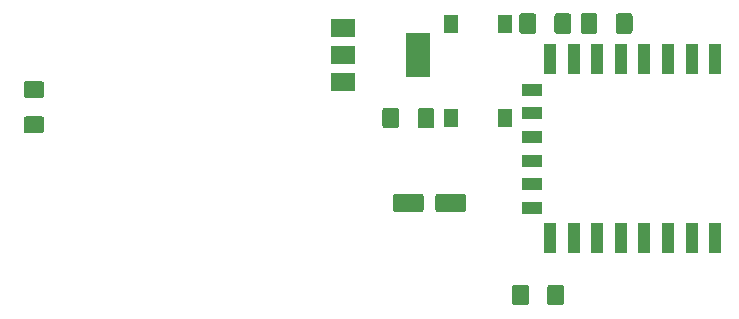
<source format=gbr>
G04 #@! TF.GenerationSoftware,KiCad,Pcbnew,(5.1.5-0-10_14)*
G04 #@! TF.CreationDate,2020-04-24T15:56:46+02:00*
G04 #@! TF.ProjectId,ESP8266-PowerMonitor,45535038-3236-4362-9d50-6f7765724d6f,rev?*
G04 #@! TF.SameCoordinates,Original*
G04 #@! TF.FileFunction,Paste,Top*
G04 #@! TF.FilePolarity,Positive*
%FSLAX46Y46*%
G04 Gerber Fmt 4.6, Leading zero omitted, Abs format (unit mm)*
G04 Created by KiCad (PCBNEW (5.1.5-0-10_14)) date 2020-04-24 15:56:46*
%MOMM*%
%LPD*%
G04 APERTURE LIST*
%ADD10C,1.000000*%
%ADD11R,1.300000X1.550000*%
%ADD12R,2.000000X3.800000*%
%ADD13R,2.000000X1.500000*%
%ADD14R,1.000000X2.500000*%
%ADD15R,1.800000X1.000000*%
G04 APERTURE END LIST*
D10*
G36*
X150774504Y-107201204D02*
G01*
X150798773Y-107204804D01*
X150822571Y-107210765D01*
X150845671Y-107219030D01*
X150867849Y-107229520D01*
X150888893Y-107242133D01*
X150908598Y-107256747D01*
X150926777Y-107273223D01*
X150943253Y-107291402D01*
X150957867Y-107311107D01*
X150970480Y-107332151D01*
X150980970Y-107354329D01*
X150989235Y-107377429D01*
X150995196Y-107401227D01*
X150998796Y-107425496D01*
X151000000Y-107450000D01*
X151000000Y-108550000D01*
X150998796Y-108574504D01*
X150995196Y-108598773D01*
X150989235Y-108622571D01*
X150980970Y-108645671D01*
X150970480Y-108667849D01*
X150957867Y-108688893D01*
X150943253Y-108708598D01*
X150926777Y-108726777D01*
X150908598Y-108743253D01*
X150888893Y-108757867D01*
X150867849Y-108770480D01*
X150845671Y-108780970D01*
X150822571Y-108789235D01*
X150798773Y-108795196D01*
X150774504Y-108798796D01*
X150750000Y-108800000D01*
X148650000Y-108800000D01*
X148625496Y-108798796D01*
X148601227Y-108795196D01*
X148577429Y-108789235D01*
X148554329Y-108780970D01*
X148532151Y-108770480D01*
X148511107Y-108757867D01*
X148491402Y-108743253D01*
X148473223Y-108726777D01*
X148456747Y-108708598D01*
X148442133Y-108688893D01*
X148429520Y-108667849D01*
X148419030Y-108645671D01*
X148410765Y-108622571D01*
X148404804Y-108598773D01*
X148401204Y-108574504D01*
X148400000Y-108550000D01*
X148400000Y-107450000D01*
X148401204Y-107425496D01*
X148404804Y-107401227D01*
X148410765Y-107377429D01*
X148419030Y-107354329D01*
X148429520Y-107332151D01*
X148442133Y-107311107D01*
X148456747Y-107291402D01*
X148473223Y-107273223D01*
X148491402Y-107256747D01*
X148511107Y-107242133D01*
X148532151Y-107229520D01*
X148554329Y-107219030D01*
X148577429Y-107210765D01*
X148601227Y-107204804D01*
X148625496Y-107201204D01*
X148650000Y-107200000D01*
X150750000Y-107200000D01*
X150774504Y-107201204D01*
G37*
G36*
X154374504Y-107201204D02*
G01*
X154398773Y-107204804D01*
X154422571Y-107210765D01*
X154445671Y-107219030D01*
X154467849Y-107229520D01*
X154488893Y-107242133D01*
X154508598Y-107256747D01*
X154526777Y-107273223D01*
X154543253Y-107291402D01*
X154557867Y-107311107D01*
X154570480Y-107332151D01*
X154580970Y-107354329D01*
X154589235Y-107377429D01*
X154595196Y-107401227D01*
X154598796Y-107425496D01*
X154600000Y-107450000D01*
X154600000Y-108550000D01*
X154598796Y-108574504D01*
X154595196Y-108598773D01*
X154589235Y-108622571D01*
X154580970Y-108645671D01*
X154570480Y-108667849D01*
X154557867Y-108688893D01*
X154543253Y-108708598D01*
X154526777Y-108726777D01*
X154508598Y-108743253D01*
X154488893Y-108757867D01*
X154467849Y-108770480D01*
X154445671Y-108780970D01*
X154422571Y-108789235D01*
X154398773Y-108795196D01*
X154374504Y-108798796D01*
X154350000Y-108800000D01*
X152250000Y-108800000D01*
X152225496Y-108798796D01*
X152201227Y-108795196D01*
X152177429Y-108789235D01*
X152154329Y-108780970D01*
X152132151Y-108770480D01*
X152111107Y-108757867D01*
X152091402Y-108743253D01*
X152073223Y-108726777D01*
X152056747Y-108708598D01*
X152042133Y-108688893D01*
X152029520Y-108667849D01*
X152019030Y-108645671D01*
X152010765Y-108622571D01*
X152004804Y-108598773D01*
X152001204Y-108574504D01*
X152000000Y-108550000D01*
X152000000Y-107450000D01*
X152001204Y-107425496D01*
X152004804Y-107401227D01*
X152010765Y-107377429D01*
X152019030Y-107354329D01*
X152029520Y-107332151D01*
X152042133Y-107311107D01*
X152056747Y-107291402D01*
X152073223Y-107273223D01*
X152091402Y-107256747D01*
X152111107Y-107242133D01*
X152132151Y-107229520D01*
X152154329Y-107219030D01*
X152177429Y-107210765D01*
X152201227Y-107204804D01*
X152225496Y-107201204D01*
X152250000Y-107200000D01*
X154350000Y-107200000D01*
X154374504Y-107201204D01*
G37*
G36*
X151687004Y-99926204D02*
G01*
X151711273Y-99929804D01*
X151735071Y-99935765D01*
X151758171Y-99944030D01*
X151780349Y-99954520D01*
X151801393Y-99967133D01*
X151821098Y-99981747D01*
X151839277Y-99998223D01*
X151855753Y-100016402D01*
X151870367Y-100036107D01*
X151882980Y-100057151D01*
X151893470Y-100079329D01*
X151901735Y-100102429D01*
X151907696Y-100126227D01*
X151911296Y-100150496D01*
X151912500Y-100175000D01*
X151912500Y-101425000D01*
X151911296Y-101449504D01*
X151907696Y-101473773D01*
X151901735Y-101497571D01*
X151893470Y-101520671D01*
X151882980Y-101542849D01*
X151870367Y-101563893D01*
X151855753Y-101583598D01*
X151839277Y-101601777D01*
X151821098Y-101618253D01*
X151801393Y-101632867D01*
X151780349Y-101645480D01*
X151758171Y-101655970D01*
X151735071Y-101664235D01*
X151711273Y-101670196D01*
X151687004Y-101673796D01*
X151662500Y-101675000D01*
X150737500Y-101675000D01*
X150712996Y-101673796D01*
X150688727Y-101670196D01*
X150664929Y-101664235D01*
X150641829Y-101655970D01*
X150619651Y-101645480D01*
X150598607Y-101632867D01*
X150578902Y-101618253D01*
X150560723Y-101601777D01*
X150544247Y-101583598D01*
X150529633Y-101563893D01*
X150517020Y-101542849D01*
X150506530Y-101520671D01*
X150498265Y-101497571D01*
X150492304Y-101473773D01*
X150488704Y-101449504D01*
X150487500Y-101425000D01*
X150487500Y-100175000D01*
X150488704Y-100150496D01*
X150492304Y-100126227D01*
X150498265Y-100102429D01*
X150506530Y-100079329D01*
X150517020Y-100057151D01*
X150529633Y-100036107D01*
X150544247Y-100016402D01*
X150560723Y-99998223D01*
X150578902Y-99981747D01*
X150598607Y-99967133D01*
X150619651Y-99954520D01*
X150641829Y-99944030D01*
X150664929Y-99935765D01*
X150688727Y-99929804D01*
X150712996Y-99926204D01*
X150737500Y-99925000D01*
X151662500Y-99925000D01*
X151687004Y-99926204D01*
G37*
G36*
X148712004Y-99926204D02*
G01*
X148736273Y-99929804D01*
X148760071Y-99935765D01*
X148783171Y-99944030D01*
X148805349Y-99954520D01*
X148826393Y-99967133D01*
X148846098Y-99981747D01*
X148864277Y-99998223D01*
X148880753Y-100016402D01*
X148895367Y-100036107D01*
X148907980Y-100057151D01*
X148918470Y-100079329D01*
X148926735Y-100102429D01*
X148932696Y-100126227D01*
X148936296Y-100150496D01*
X148937500Y-100175000D01*
X148937500Y-101425000D01*
X148936296Y-101449504D01*
X148932696Y-101473773D01*
X148926735Y-101497571D01*
X148918470Y-101520671D01*
X148907980Y-101542849D01*
X148895367Y-101563893D01*
X148880753Y-101583598D01*
X148864277Y-101601777D01*
X148846098Y-101618253D01*
X148826393Y-101632867D01*
X148805349Y-101645480D01*
X148783171Y-101655970D01*
X148760071Y-101664235D01*
X148736273Y-101670196D01*
X148712004Y-101673796D01*
X148687500Y-101675000D01*
X147762500Y-101675000D01*
X147737996Y-101673796D01*
X147713727Y-101670196D01*
X147689929Y-101664235D01*
X147666829Y-101655970D01*
X147644651Y-101645480D01*
X147623607Y-101632867D01*
X147603902Y-101618253D01*
X147585723Y-101601777D01*
X147569247Y-101583598D01*
X147554633Y-101563893D01*
X147542020Y-101542849D01*
X147531530Y-101520671D01*
X147523265Y-101497571D01*
X147517304Y-101473773D01*
X147513704Y-101449504D01*
X147512500Y-101425000D01*
X147512500Y-100175000D01*
X147513704Y-100150496D01*
X147517304Y-100126227D01*
X147523265Y-100102429D01*
X147531530Y-100079329D01*
X147542020Y-100057151D01*
X147554633Y-100036107D01*
X147569247Y-100016402D01*
X147585723Y-99998223D01*
X147603902Y-99981747D01*
X147623607Y-99967133D01*
X147644651Y-99954520D01*
X147666829Y-99944030D01*
X147689929Y-99935765D01*
X147713727Y-99929804D01*
X147737996Y-99926204D01*
X147762500Y-99925000D01*
X148687500Y-99925000D01*
X148712004Y-99926204D01*
G37*
G36*
X118649504Y-97688704D02*
G01*
X118673773Y-97692304D01*
X118697571Y-97698265D01*
X118720671Y-97706530D01*
X118742849Y-97717020D01*
X118763893Y-97729633D01*
X118783598Y-97744247D01*
X118801777Y-97760723D01*
X118818253Y-97778902D01*
X118832867Y-97798607D01*
X118845480Y-97819651D01*
X118855970Y-97841829D01*
X118864235Y-97864929D01*
X118870196Y-97888727D01*
X118873796Y-97912996D01*
X118875000Y-97937500D01*
X118875000Y-98862500D01*
X118873796Y-98887004D01*
X118870196Y-98911273D01*
X118864235Y-98935071D01*
X118855970Y-98958171D01*
X118845480Y-98980349D01*
X118832867Y-99001393D01*
X118818253Y-99021098D01*
X118801777Y-99039277D01*
X118783598Y-99055753D01*
X118763893Y-99070367D01*
X118742849Y-99082980D01*
X118720671Y-99093470D01*
X118697571Y-99101735D01*
X118673773Y-99107696D01*
X118649504Y-99111296D01*
X118625000Y-99112500D01*
X117375000Y-99112500D01*
X117350496Y-99111296D01*
X117326227Y-99107696D01*
X117302429Y-99101735D01*
X117279329Y-99093470D01*
X117257151Y-99082980D01*
X117236107Y-99070367D01*
X117216402Y-99055753D01*
X117198223Y-99039277D01*
X117181747Y-99021098D01*
X117167133Y-99001393D01*
X117154520Y-98980349D01*
X117144030Y-98958171D01*
X117135765Y-98935071D01*
X117129804Y-98911273D01*
X117126204Y-98887004D01*
X117125000Y-98862500D01*
X117125000Y-97937500D01*
X117126204Y-97912996D01*
X117129804Y-97888727D01*
X117135765Y-97864929D01*
X117144030Y-97841829D01*
X117154520Y-97819651D01*
X117167133Y-97798607D01*
X117181747Y-97778902D01*
X117198223Y-97760723D01*
X117216402Y-97744247D01*
X117236107Y-97729633D01*
X117257151Y-97717020D01*
X117279329Y-97706530D01*
X117302429Y-97698265D01*
X117326227Y-97692304D01*
X117350496Y-97688704D01*
X117375000Y-97687500D01*
X118625000Y-97687500D01*
X118649504Y-97688704D01*
G37*
G36*
X118649504Y-100663704D02*
G01*
X118673773Y-100667304D01*
X118697571Y-100673265D01*
X118720671Y-100681530D01*
X118742849Y-100692020D01*
X118763893Y-100704633D01*
X118783598Y-100719247D01*
X118801777Y-100735723D01*
X118818253Y-100753902D01*
X118832867Y-100773607D01*
X118845480Y-100794651D01*
X118855970Y-100816829D01*
X118864235Y-100839929D01*
X118870196Y-100863727D01*
X118873796Y-100887996D01*
X118875000Y-100912500D01*
X118875000Y-101837500D01*
X118873796Y-101862004D01*
X118870196Y-101886273D01*
X118864235Y-101910071D01*
X118855970Y-101933171D01*
X118845480Y-101955349D01*
X118832867Y-101976393D01*
X118818253Y-101996098D01*
X118801777Y-102014277D01*
X118783598Y-102030753D01*
X118763893Y-102045367D01*
X118742849Y-102057980D01*
X118720671Y-102068470D01*
X118697571Y-102076735D01*
X118673773Y-102082696D01*
X118649504Y-102086296D01*
X118625000Y-102087500D01*
X117375000Y-102087500D01*
X117350496Y-102086296D01*
X117326227Y-102082696D01*
X117302429Y-102076735D01*
X117279329Y-102068470D01*
X117257151Y-102057980D01*
X117236107Y-102045367D01*
X117216402Y-102030753D01*
X117198223Y-102014277D01*
X117181747Y-101996098D01*
X117167133Y-101976393D01*
X117154520Y-101955349D01*
X117144030Y-101933171D01*
X117135765Y-101910071D01*
X117129804Y-101886273D01*
X117126204Y-101862004D01*
X117125000Y-101837500D01*
X117125000Y-100912500D01*
X117126204Y-100887996D01*
X117129804Y-100863727D01*
X117135765Y-100839929D01*
X117144030Y-100816829D01*
X117154520Y-100794651D01*
X117167133Y-100773607D01*
X117181747Y-100753902D01*
X117198223Y-100735723D01*
X117216402Y-100719247D01*
X117236107Y-100704633D01*
X117257151Y-100692020D01*
X117279329Y-100681530D01*
X117302429Y-100673265D01*
X117326227Y-100667304D01*
X117350496Y-100663704D01*
X117375000Y-100662500D01*
X118625000Y-100662500D01*
X118649504Y-100663704D01*
G37*
G36*
X160299504Y-91926204D02*
G01*
X160323773Y-91929804D01*
X160347571Y-91935765D01*
X160370671Y-91944030D01*
X160392849Y-91954520D01*
X160413893Y-91967133D01*
X160433598Y-91981747D01*
X160451777Y-91998223D01*
X160468253Y-92016402D01*
X160482867Y-92036107D01*
X160495480Y-92057151D01*
X160505970Y-92079329D01*
X160514235Y-92102429D01*
X160520196Y-92126227D01*
X160523796Y-92150496D01*
X160525000Y-92175000D01*
X160525000Y-93425000D01*
X160523796Y-93449504D01*
X160520196Y-93473773D01*
X160514235Y-93497571D01*
X160505970Y-93520671D01*
X160495480Y-93542849D01*
X160482867Y-93563893D01*
X160468253Y-93583598D01*
X160451777Y-93601777D01*
X160433598Y-93618253D01*
X160413893Y-93632867D01*
X160392849Y-93645480D01*
X160370671Y-93655970D01*
X160347571Y-93664235D01*
X160323773Y-93670196D01*
X160299504Y-93673796D01*
X160275000Y-93675000D01*
X159350000Y-93675000D01*
X159325496Y-93673796D01*
X159301227Y-93670196D01*
X159277429Y-93664235D01*
X159254329Y-93655970D01*
X159232151Y-93645480D01*
X159211107Y-93632867D01*
X159191402Y-93618253D01*
X159173223Y-93601777D01*
X159156747Y-93583598D01*
X159142133Y-93563893D01*
X159129520Y-93542849D01*
X159119030Y-93520671D01*
X159110765Y-93497571D01*
X159104804Y-93473773D01*
X159101204Y-93449504D01*
X159100000Y-93425000D01*
X159100000Y-92175000D01*
X159101204Y-92150496D01*
X159104804Y-92126227D01*
X159110765Y-92102429D01*
X159119030Y-92079329D01*
X159129520Y-92057151D01*
X159142133Y-92036107D01*
X159156747Y-92016402D01*
X159173223Y-91998223D01*
X159191402Y-91981747D01*
X159211107Y-91967133D01*
X159232151Y-91954520D01*
X159254329Y-91944030D01*
X159277429Y-91935765D01*
X159301227Y-91929804D01*
X159325496Y-91926204D01*
X159350000Y-91925000D01*
X160275000Y-91925000D01*
X160299504Y-91926204D01*
G37*
G36*
X163274504Y-91926204D02*
G01*
X163298773Y-91929804D01*
X163322571Y-91935765D01*
X163345671Y-91944030D01*
X163367849Y-91954520D01*
X163388893Y-91967133D01*
X163408598Y-91981747D01*
X163426777Y-91998223D01*
X163443253Y-92016402D01*
X163457867Y-92036107D01*
X163470480Y-92057151D01*
X163480970Y-92079329D01*
X163489235Y-92102429D01*
X163495196Y-92126227D01*
X163498796Y-92150496D01*
X163500000Y-92175000D01*
X163500000Y-93425000D01*
X163498796Y-93449504D01*
X163495196Y-93473773D01*
X163489235Y-93497571D01*
X163480970Y-93520671D01*
X163470480Y-93542849D01*
X163457867Y-93563893D01*
X163443253Y-93583598D01*
X163426777Y-93601777D01*
X163408598Y-93618253D01*
X163388893Y-93632867D01*
X163367849Y-93645480D01*
X163345671Y-93655970D01*
X163322571Y-93664235D01*
X163298773Y-93670196D01*
X163274504Y-93673796D01*
X163250000Y-93675000D01*
X162325000Y-93675000D01*
X162300496Y-93673796D01*
X162276227Y-93670196D01*
X162252429Y-93664235D01*
X162229329Y-93655970D01*
X162207151Y-93645480D01*
X162186107Y-93632867D01*
X162166402Y-93618253D01*
X162148223Y-93601777D01*
X162131747Y-93583598D01*
X162117133Y-93563893D01*
X162104520Y-93542849D01*
X162094030Y-93520671D01*
X162085765Y-93497571D01*
X162079804Y-93473773D01*
X162076204Y-93449504D01*
X162075000Y-93425000D01*
X162075000Y-92175000D01*
X162076204Y-92150496D01*
X162079804Y-92126227D01*
X162085765Y-92102429D01*
X162094030Y-92079329D01*
X162104520Y-92057151D01*
X162117133Y-92036107D01*
X162131747Y-92016402D01*
X162148223Y-91998223D01*
X162166402Y-91981747D01*
X162186107Y-91967133D01*
X162207151Y-91954520D01*
X162229329Y-91944030D01*
X162252429Y-91935765D01*
X162276227Y-91929804D01*
X162300496Y-91926204D01*
X162325000Y-91925000D01*
X163250000Y-91925000D01*
X163274504Y-91926204D01*
G37*
G36*
X168462004Y-91926204D02*
G01*
X168486273Y-91929804D01*
X168510071Y-91935765D01*
X168533171Y-91944030D01*
X168555349Y-91954520D01*
X168576393Y-91967133D01*
X168596098Y-91981747D01*
X168614277Y-91998223D01*
X168630753Y-92016402D01*
X168645367Y-92036107D01*
X168657980Y-92057151D01*
X168668470Y-92079329D01*
X168676735Y-92102429D01*
X168682696Y-92126227D01*
X168686296Y-92150496D01*
X168687500Y-92175000D01*
X168687500Y-93425000D01*
X168686296Y-93449504D01*
X168682696Y-93473773D01*
X168676735Y-93497571D01*
X168668470Y-93520671D01*
X168657980Y-93542849D01*
X168645367Y-93563893D01*
X168630753Y-93583598D01*
X168614277Y-93601777D01*
X168596098Y-93618253D01*
X168576393Y-93632867D01*
X168555349Y-93645480D01*
X168533171Y-93655970D01*
X168510071Y-93664235D01*
X168486273Y-93670196D01*
X168462004Y-93673796D01*
X168437500Y-93675000D01*
X167512500Y-93675000D01*
X167487996Y-93673796D01*
X167463727Y-93670196D01*
X167439929Y-93664235D01*
X167416829Y-93655970D01*
X167394651Y-93645480D01*
X167373607Y-93632867D01*
X167353902Y-93618253D01*
X167335723Y-93601777D01*
X167319247Y-93583598D01*
X167304633Y-93563893D01*
X167292020Y-93542849D01*
X167281530Y-93520671D01*
X167273265Y-93497571D01*
X167267304Y-93473773D01*
X167263704Y-93449504D01*
X167262500Y-93425000D01*
X167262500Y-92175000D01*
X167263704Y-92150496D01*
X167267304Y-92126227D01*
X167273265Y-92102429D01*
X167281530Y-92079329D01*
X167292020Y-92057151D01*
X167304633Y-92036107D01*
X167319247Y-92016402D01*
X167335723Y-91998223D01*
X167353902Y-91981747D01*
X167373607Y-91967133D01*
X167394651Y-91954520D01*
X167416829Y-91944030D01*
X167439929Y-91935765D01*
X167463727Y-91929804D01*
X167487996Y-91926204D01*
X167512500Y-91925000D01*
X168437500Y-91925000D01*
X168462004Y-91926204D01*
G37*
G36*
X165487004Y-91926204D02*
G01*
X165511273Y-91929804D01*
X165535071Y-91935765D01*
X165558171Y-91944030D01*
X165580349Y-91954520D01*
X165601393Y-91967133D01*
X165621098Y-91981747D01*
X165639277Y-91998223D01*
X165655753Y-92016402D01*
X165670367Y-92036107D01*
X165682980Y-92057151D01*
X165693470Y-92079329D01*
X165701735Y-92102429D01*
X165707696Y-92126227D01*
X165711296Y-92150496D01*
X165712500Y-92175000D01*
X165712500Y-93425000D01*
X165711296Y-93449504D01*
X165707696Y-93473773D01*
X165701735Y-93497571D01*
X165693470Y-93520671D01*
X165682980Y-93542849D01*
X165670367Y-93563893D01*
X165655753Y-93583598D01*
X165639277Y-93601777D01*
X165621098Y-93618253D01*
X165601393Y-93632867D01*
X165580349Y-93645480D01*
X165558171Y-93655970D01*
X165535071Y-93664235D01*
X165511273Y-93670196D01*
X165487004Y-93673796D01*
X165462500Y-93675000D01*
X164537500Y-93675000D01*
X164512996Y-93673796D01*
X164488727Y-93670196D01*
X164464929Y-93664235D01*
X164441829Y-93655970D01*
X164419651Y-93645480D01*
X164398607Y-93632867D01*
X164378902Y-93618253D01*
X164360723Y-93601777D01*
X164344247Y-93583598D01*
X164329633Y-93563893D01*
X164317020Y-93542849D01*
X164306530Y-93520671D01*
X164298265Y-93497571D01*
X164292304Y-93473773D01*
X164288704Y-93449504D01*
X164287500Y-93425000D01*
X164287500Y-92175000D01*
X164288704Y-92150496D01*
X164292304Y-92126227D01*
X164298265Y-92102429D01*
X164306530Y-92079329D01*
X164317020Y-92057151D01*
X164329633Y-92036107D01*
X164344247Y-92016402D01*
X164360723Y-91998223D01*
X164378902Y-91981747D01*
X164398607Y-91967133D01*
X164419651Y-91954520D01*
X164441829Y-91944030D01*
X164464929Y-91935765D01*
X164488727Y-91929804D01*
X164512996Y-91926204D01*
X164537500Y-91925000D01*
X165462500Y-91925000D01*
X165487004Y-91926204D01*
G37*
G36*
X162662004Y-114926204D02*
G01*
X162686273Y-114929804D01*
X162710071Y-114935765D01*
X162733171Y-114944030D01*
X162755349Y-114954520D01*
X162776393Y-114967133D01*
X162796098Y-114981747D01*
X162814277Y-114998223D01*
X162830753Y-115016402D01*
X162845367Y-115036107D01*
X162857980Y-115057151D01*
X162868470Y-115079329D01*
X162876735Y-115102429D01*
X162882696Y-115126227D01*
X162886296Y-115150496D01*
X162887500Y-115175000D01*
X162887500Y-116425000D01*
X162886296Y-116449504D01*
X162882696Y-116473773D01*
X162876735Y-116497571D01*
X162868470Y-116520671D01*
X162857980Y-116542849D01*
X162845367Y-116563893D01*
X162830753Y-116583598D01*
X162814277Y-116601777D01*
X162796098Y-116618253D01*
X162776393Y-116632867D01*
X162755349Y-116645480D01*
X162733171Y-116655970D01*
X162710071Y-116664235D01*
X162686273Y-116670196D01*
X162662004Y-116673796D01*
X162637500Y-116675000D01*
X161712500Y-116675000D01*
X161687996Y-116673796D01*
X161663727Y-116670196D01*
X161639929Y-116664235D01*
X161616829Y-116655970D01*
X161594651Y-116645480D01*
X161573607Y-116632867D01*
X161553902Y-116618253D01*
X161535723Y-116601777D01*
X161519247Y-116583598D01*
X161504633Y-116563893D01*
X161492020Y-116542849D01*
X161481530Y-116520671D01*
X161473265Y-116497571D01*
X161467304Y-116473773D01*
X161463704Y-116449504D01*
X161462500Y-116425000D01*
X161462500Y-115175000D01*
X161463704Y-115150496D01*
X161467304Y-115126227D01*
X161473265Y-115102429D01*
X161481530Y-115079329D01*
X161492020Y-115057151D01*
X161504633Y-115036107D01*
X161519247Y-115016402D01*
X161535723Y-114998223D01*
X161553902Y-114981747D01*
X161573607Y-114967133D01*
X161594651Y-114954520D01*
X161616829Y-114944030D01*
X161639929Y-114935765D01*
X161663727Y-114929804D01*
X161687996Y-114926204D01*
X161712500Y-114925000D01*
X162637500Y-114925000D01*
X162662004Y-114926204D01*
G37*
G36*
X159687004Y-114926204D02*
G01*
X159711273Y-114929804D01*
X159735071Y-114935765D01*
X159758171Y-114944030D01*
X159780349Y-114954520D01*
X159801393Y-114967133D01*
X159821098Y-114981747D01*
X159839277Y-114998223D01*
X159855753Y-115016402D01*
X159870367Y-115036107D01*
X159882980Y-115057151D01*
X159893470Y-115079329D01*
X159901735Y-115102429D01*
X159907696Y-115126227D01*
X159911296Y-115150496D01*
X159912500Y-115175000D01*
X159912500Y-116425000D01*
X159911296Y-116449504D01*
X159907696Y-116473773D01*
X159901735Y-116497571D01*
X159893470Y-116520671D01*
X159882980Y-116542849D01*
X159870367Y-116563893D01*
X159855753Y-116583598D01*
X159839277Y-116601777D01*
X159821098Y-116618253D01*
X159801393Y-116632867D01*
X159780349Y-116645480D01*
X159758171Y-116655970D01*
X159735071Y-116664235D01*
X159711273Y-116670196D01*
X159687004Y-116673796D01*
X159662500Y-116675000D01*
X158737500Y-116675000D01*
X158712996Y-116673796D01*
X158688727Y-116670196D01*
X158664929Y-116664235D01*
X158641829Y-116655970D01*
X158619651Y-116645480D01*
X158598607Y-116632867D01*
X158578902Y-116618253D01*
X158560723Y-116601777D01*
X158544247Y-116583598D01*
X158529633Y-116563893D01*
X158517020Y-116542849D01*
X158506530Y-116520671D01*
X158498265Y-116497571D01*
X158492304Y-116473773D01*
X158488704Y-116449504D01*
X158487500Y-116425000D01*
X158487500Y-115175000D01*
X158488704Y-115150496D01*
X158492304Y-115126227D01*
X158498265Y-115102429D01*
X158506530Y-115079329D01*
X158517020Y-115057151D01*
X158529633Y-115036107D01*
X158544247Y-115016402D01*
X158560723Y-114998223D01*
X158578902Y-114981747D01*
X158598607Y-114967133D01*
X158619651Y-114954520D01*
X158641829Y-114944030D01*
X158664929Y-114935765D01*
X158688727Y-114929804D01*
X158712996Y-114926204D01*
X158737500Y-114925000D01*
X159662500Y-114925000D01*
X159687004Y-114926204D01*
G37*
D11*
X153350000Y-92825000D03*
X157850000Y-92825000D03*
X157850000Y-100775000D03*
X153350000Y-100775000D03*
D12*
X150500000Y-95450000D03*
D13*
X144200000Y-95450000D03*
X144200000Y-97750000D03*
X144200000Y-93150000D03*
D14*
X175700000Y-95800000D03*
X173700000Y-95800000D03*
X171700000Y-95800000D03*
X169700000Y-95800000D03*
X167700000Y-95800000D03*
X165700000Y-95800000D03*
X163700000Y-95800000D03*
X161700000Y-95800000D03*
D15*
X160200000Y-98400000D03*
X160200000Y-100400000D03*
X160200000Y-102400000D03*
X160200000Y-104400000D03*
X160200000Y-106400000D03*
X160200000Y-108400000D03*
D14*
X161700000Y-111000000D03*
X163700000Y-111000000D03*
X165700000Y-111000000D03*
X167700000Y-111000000D03*
X169700000Y-111000000D03*
X171700000Y-111000000D03*
X173700000Y-111000000D03*
X175700000Y-111000000D03*
M02*

</source>
